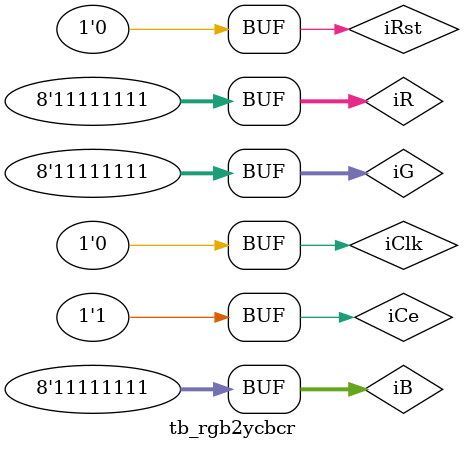
<source format=v>
`timescale 1 ns / 1 ps
module tb_rgb2ycbcr ();

    reg             iCe;
    reg             iClk;
    reg             iRst;
    reg     [7:0]   iR;
    reg     [7:0]   iG;
    reg     [7:0]   iB;

    wire    [7:0]   oY;
    wire    [7:0]   oCb;
    wire    [7:0]   oCr;

    rgb2ycbcr   uut (
        .iCe(iCe),
        .iClk(iClk),
        .iRst(iRst),
        .iR(iR),
        .iG(iG),
        .iB(iB),

        .oY(oY),
        .oCb(oCb),
        .oCr(oCr)
    );
    
    initial
    begin
        iCe     =   1;
        iClk    =   0;
        iRst    =   0;
        iR      =   255;
        iG      =   255;
        iB      =   255;
        
        #100;
        
        #1; iClk <= 1;
        #1; iClk <= 0;
        #1; iClk <= 1;
        #1; iClk <= 0;
        #1; iClk <= 1;
        #1; iClk <= 0;
        #1; iClk <= 1;
        #1; iClk <= 0;
        #1; iClk <= 1;
        #1; iClk <= 0;
        #1; iClk <= 1;
        #1; iClk <= 0;
        #1; iClk <= 1;
        #1; iClk <= 0;
        #1; iClk <= 1;
        #1; iClk <= 0;
        #1; iClk <= 1;
        #1; iClk <= 0;
        #1; iClk <= 1;
        #1; iClk <= 0;
        #1; iClk <= 1;
        #1; iClk <= 0;
        #1; iClk <= 1;
        #1; iClk <= 0;
    end
endmodule
</source>
